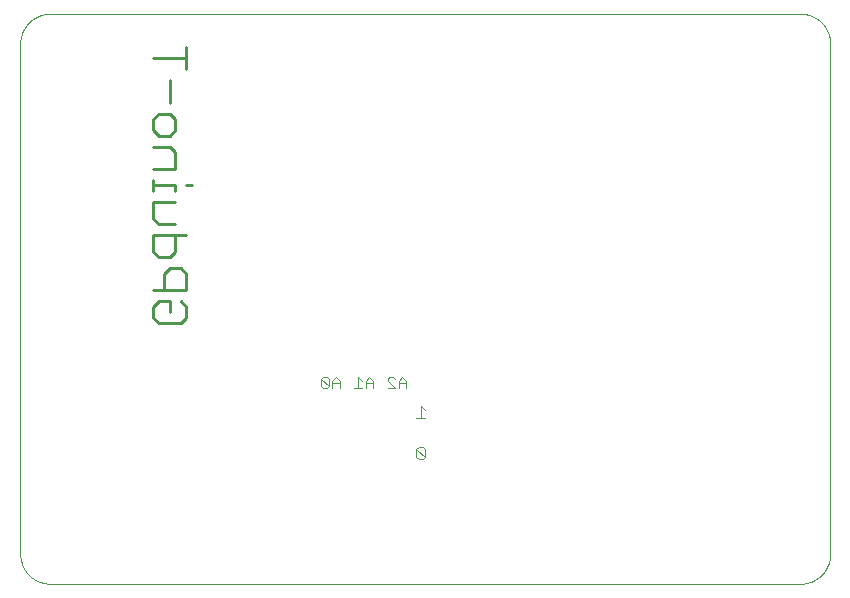
<source format=gbo>
G75*
%MOIN*%
%OFA0B0*%
%FSLAX25Y25*%
%IPPOS*%
%LPD*%
%AMOC8*
5,1,8,0,0,1.08239X$1,22.5*
%
%ADD10C,0.00000*%
%ADD11C,0.00300*%
%ADD12C,0.00400*%
%ADD13C,0.01000*%
D10*
X0027919Y0011500D02*
X0277919Y0011500D01*
X0278161Y0011503D01*
X0278402Y0011512D01*
X0278643Y0011526D01*
X0278884Y0011547D01*
X0279124Y0011573D01*
X0279364Y0011605D01*
X0279603Y0011643D01*
X0279840Y0011686D01*
X0280077Y0011736D01*
X0280312Y0011791D01*
X0280546Y0011851D01*
X0280778Y0011918D01*
X0281009Y0011989D01*
X0281238Y0012067D01*
X0281465Y0012150D01*
X0281690Y0012238D01*
X0281913Y0012332D01*
X0282133Y0012431D01*
X0282351Y0012536D01*
X0282566Y0012645D01*
X0282779Y0012760D01*
X0282989Y0012880D01*
X0283195Y0013005D01*
X0283399Y0013135D01*
X0283600Y0013270D01*
X0283797Y0013410D01*
X0283991Y0013554D01*
X0284181Y0013703D01*
X0284367Y0013857D01*
X0284550Y0014015D01*
X0284729Y0014177D01*
X0284904Y0014344D01*
X0285075Y0014515D01*
X0285242Y0014690D01*
X0285404Y0014869D01*
X0285562Y0015052D01*
X0285716Y0015238D01*
X0285865Y0015428D01*
X0286009Y0015622D01*
X0286149Y0015819D01*
X0286284Y0016020D01*
X0286414Y0016224D01*
X0286539Y0016430D01*
X0286659Y0016640D01*
X0286774Y0016853D01*
X0286883Y0017068D01*
X0286988Y0017286D01*
X0287087Y0017506D01*
X0287181Y0017729D01*
X0287269Y0017954D01*
X0287352Y0018181D01*
X0287430Y0018410D01*
X0287501Y0018641D01*
X0287568Y0018873D01*
X0287628Y0019107D01*
X0287683Y0019342D01*
X0287733Y0019579D01*
X0287776Y0019816D01*
X0287814Y0020055D01*
X0287846Y0020295D01*
X0287872Y0020535D01*
X0287893Y0020776D01*
X0287907Y0021017D01*
X0287916Y0021258D01*
X0287919Y0021500D01*
X0287919Y0191500D01*
X0287916Y0191742D01*
X0287907Y0191983D01*
X0287893Y0192224D01*
X0287872Y0192465D01*
X0287846Y0192705D01*
X0287814Y0192945D01*
X0287776Y0193184D01*
X0287733Y0193421D01*
X0287683Y0193658D01*
X0287628Y0193893D01*
X0287568Y0194127D01*
X0287501Y0194359D01*
X0287430Y0194590D01*
X0287352Y0194819D01*
X0287269Y0195046D01*
X0287181Y0195271D01*
X0287087Y0195494D01*
X0286988Y0195714D01*
X0286883Y0195932D01*
X0286774Y0196147D01*
X0286659Y0196360D01*
X0286539Y0196570D01*
X0286414Y0196776D01*
X0286284Y0196980D01*
X0286149Y0197181D01*
X0286009Y0197378D01*
X0285865Y0197572D01*
X0285716Y0197762D01*
X0285562Y0197948D01*
X0285404Y0198131D01*
X0285242Y0198310D01*
X0285075Y0198485D01*
X0284904Y0198656D01*
X0284729Y0198823D01*
X0284550Y0198985D01*
X0284367Y0199143D01*
X0284181Y0199297D01*
X0283991Y0199446D01*
X0283797Y0199590D01*
X0283600Y0199730D01*
X0283399Y0199865D01*
X0283195Y0199995D01*
X0282989Y0200120D01*
X0282779Y0200240D01*
X0282566Y0200355D01*
X0282351Y0200464D01*
X0282133Y0200569D01*
X0281913Y0200668D01*
X0281690Y0200762D01*
X0281465Y0200850D01*
X0281238Y0200933D01*
X0281009Y0201011D01*
X0280778Y0201082D01*
X0280546Y0201149D01*
X0280312Y0201209D01*
X0280077Y0201264D01*
X0279840Y0201314D01*
X0279603Y0201357D01*
X0279364Y0201395D01*
X0279124Y0201427D01*
X0278884Y0201453D01*
X0278643Y0201474D01*
X0278402Y0201488D01*
X0278161Y0201497D01*
X0277919Y0201500D01*
X0027919Y0201500D01*
X0027677Y0201497D01*
X0027436Y0201488D01*
X0027195Y0201474D01*
X0026954Y0201453D01*
X0026714Y0201427D01*
X0026474Y0201395D01*
X0026235Y0201357D01*
X0025998Y0201314D01*
X0025761Y0201264D01*
X0025526Y0201209D01*
X0025292Y0201149D01*
X0025060Y0201082D01*
X0024829Y0201011D01*
X0024600Y0200933D01*
X0024373Y0200850D01*
X0024148Y0200762D01*
X0023925Y0200668D01*
X0023705Y0200569D01*
X0023487Y0200464D01*
X0023272Y0200355D01*
X0023059Y0200240D01*
X0022849Y0200120D01*
X0022643Y0199995D01*
X0022439Y0199865D01*
X0022238Y0199730D01*
X0022041Y0199590D01*
X0021847Y0199446D01*
X0021657Y0199297D01*
X0021471Y0199143D01*
X0021288Y0198985D01*
X0021109Y0198823D01*
X0020934Y0198656D01*
X0020763Y0198485D01*
X0020596Y0198310D01*
X0020434Y0198131D01*
X0020276Y0197948D01*
X0020122Y0197762D01*
X0019973Y0197572D01*
X0019829Y0197378D01*
X0019689Y0197181D01*
X0019554Y0196980D01*
X0019424Y0196776D01*
X0019299Y0196570D01*
X0019179Y0196360D01*
X0019064Y0196147D01*
X0018955Y0195932D01*
X0018850Y0195714D01*
X0018751Y0195494D01*
X0018657Y0195271D01*
X0018569Y0195046D01*
X0018486Y0194819D01*
X0018408Y0194590D01*
X0018337Y0194359D01*
X0018270Y0194127D01*
X0018210Y0193893D01*
X0018155Y0193658D01*
X0018105Y0193421D01*
X0018062Y0193184D01*
X0018024Y0192945D01*
X0017992Y0192705D01*
X0017966Y0192465D01*
X0017945Y0192224D01*
X0017931Y0191983D01*
X0017922Y0191742D01*
X0017919Y0191500D01*
X0017919Y0021500D01*
X0017922Y0021258D01*
X0017931Y0021017D01*
X0017945Y0020776D01*
X0017966Y0020535D01*
X0017992Y0020295D01*
X0018024Y0020055D01*
X0018062Y0019816D01*
X0018105Y0019579D01*
X0018155Y0019342D01*
X0018210Y0019107D01*
X0018270Y0018873D01*
X0018337Y0018641D01*
X0018408Y0018410D01*
X0018486Y0018181D01*
X0018569Y0017954D01*
X0018657Y0017729D01*
X0018751Y0017506D01*
X0018850Y0017286D01*
X0018955Y0017068D01*
X0019064Y0016853D01*
X0019179Y0016640D01*
X0019299Y0016430D01*
X0019424Y0016224D01*
X0019554Y0016020D01*
X0019689Y0015819D01*
X0019829Y0015622D01*
X0019973Y0015428D01*
X0020122Y0015238D01*
X0020276Y0015052D01*
X0020434Y0014869D01*
X0020596Y0014690D01*
X0020763Y0014515D01*
X0020934Y0014344D01*
X0021109Y0014177D01*
X0021288Y0014015D01*
X0021471Y0013857D01*
X0021657Y0013703D01*
X0021847Y0013554D01*
X0022041Y0013410D01*
X0022238Y0013270D01*
X0022439Y0013135D01*
X0022643Y0013005D01*
X0022849Y0012880D01*
X0023059Y0012760D01*
X0023272Y0012645D01*
X0023487Y0012536D01*
X0023705Y0012431D01*
X0023925Y0012332D01*
X0024148Y0012238D01*
X0024373Y0012150D01*
X0024600Y0012067D01*
X0024829Y0011989D01*
X0025060Y0011918D01*
X0025292Y0011851D01*
X0025526Y0011791D01*
X0025761Y0011736D01*
X0025998Y0011686D01*
X0026235Y0011643D01*
X0026474Y0011605D01*
X0026714Y0011573D01*
X0026954Y0011547D01*
X0027195Y0011526D01*
X0027436Y0011512D01*
X0027677Y0011503D01*
X0027919Y0011500D01*
D11*
X0118268Y0077267D02*
X0118885Y0076650D01*
X0120119Y0076650D01*
X0120737Y0077267D01*
X0118268Y0079736D01*
X0118268Y0077267D01*
X0120737Y0077267D02*
X0120737Y0079736D01*
X0120119Y0080353D01*
X0118885Y0080353D01*
X0118268Y0079736D01*
X0121951Y0079119D02*
X0121951Y0076650D01*
X0121951Y0078502D02*
X0124420Y0078502D01*
X0124420Y0079119D02*
X0124420Y0076650D01*
X0124420Y0079119D02*
X0123185Y0080353D01*
X0121951Y0079119D01*
X0129317Y0076650D02*
X0131786Y0076650D01*
X0133000Y0076650D02*
X0133000Y0079119D01*
X0134235Y0080353D01*
X0135469Y0079119D01*
X0135469Y0076650D01*
X0135469Y0078502D02*
X0133000Y0078502D01*
X0131786Y0079119D02*
X0130552Y0080353D01*
X0130552Y0076650D01*
X0140367Y0076650D02*
X0142835Y0076650D01*
X0140367Y0079119D01*
X0140367Y0079736D01*
X0140984Y0080353D01*
X0142218Y0080353D01*
X0142835Y0079736D01*
X0144050Y0079119D02*
X0144050Y0076650D01*
X0144050Y0078502D02*
X0146519Y0078502D01*
X0146519Y0079119D02*
X0146519Y0076650D01*
X0146519Y0079119D02*
X0145284Y0080353D01*
X0144050Y0079119D01*
D12*
X0151351Y0070804D02*
X0151351Y0066700D01*
X0152719Y0066700D02*
X0149983Y0066700D01*
X0152719Y0069436D02*
X0151351Y0070804D01*
X0152035Y0057054D02*
X0150667Y0057054D01*
X0149983Y0056370D01*
X0152719Y0053634D01*
X0152035Y0052950D01*
X0150667Y0052950D01*
X0149983Y0053634D01*
X0149983Y0056370D01*
X0152035Y0057054D02*
X0152719Y0056370D01*
X0152719Y0053634D01*
D13*
X0073178Y0100085D02*
X0071343Y0098250D01*
X0064003Y0098250D01*
X0062169Y0100085D01*
X0062169Y0103755D01*
X0064003Y0105590D01*
X0067673Y0105590D01*
X0067673Y0101920D01*
X0071343Y0105590D02*
X0073178Y0103755D01*
X0073178Y0100085D01*
X0073178Y0109299D02*
X0062169Y0109299D01*
X0065838Y0109299D02*
X0065838Y0114804D01*
X0067673Y0116639D01*
X0071343Y0116639D01*
X0073178Y0114804D01*
X0073178Y0109299D01*
X0067673Y0120349D02*
X0064003Y0120349D01*
X0062169Y0122184D01*
X0062169Y0127688D01*
X0073178Y0127688D01*
X0069508Y0127688D02*
X0069508Y0122184D01*
X0067673Y0120349D01*
X0069508Y0131398D02*
X0064003Y0131398D01*
X0062169Y0133233D01*
X0062169Y0138738D01*
X0069508Y0138738D01*
X0069508Y0142448D02*
X0069508Y0144283D01*
X0062169Y0144283D01*
X0062169Y0142448D02*
X0062169Y0146118D01*
X0062169Y0149814D02*
X0069508Y0149814D01*
X0069508Y0155319D01*
X0067673Y0157154D01*
X0062169Y0157154D01*
X0064003Y0160863D02*
X0062169Y0162698D01*
X0062169Y0166368D01*
X0064003Y0168203D01*
X0067673Y0168203D01*
X0069508Y0166368D01*
X0069508Y0162698D01*
X0067673Y0160863D01*
X0064003Y0160863D01*
X0067673Y0171913D02*
X0067673Y0179252D01*
X0073178Y0182962D02*
X0073178Y0190302D01*
X0073178Y0186632D02*
X0062169Y0186632D01*
X0073178Y0144283D02*
X0075013Y0144283D01*
M02*

</source>
